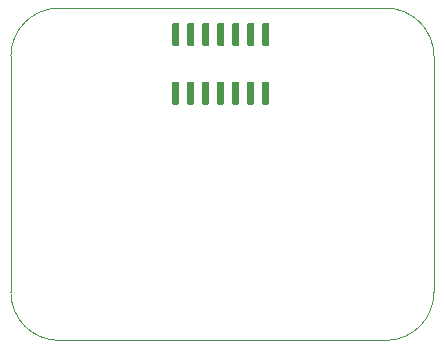
<source format=gbr>
G04 #@! TF.GenerationSoftware,KiCad,Pcbnew,(5.1.5)-3*
G04 #@! TF.CreationDate,2021-01-31T17:12:18-06:00*
G04 #@! TF.ProjectId,InputBoard,496e7075-7442-46f6-9172-642e6b696361,rev?*
G04 #@! TF.SameCoordinates,Original*
G04 #@! TF.FileFunction,Paste,Top*
G04 #@! TF.FilePolarity,Positive*
%FSLAX46Y46*%
G04 Gerber Fmt 4.6, Leading zero omitted, Abs format (unit mm)*
G04 Created by KiCad (PCBNEW (5.1.5)-3) date 2021-01-31 17:12:18*
%MOMM*%
%LPD*%
G04 APERTURE LIST*
%ADD10C,0.050000*%
%ADD11C,0.100000*%
G04 APERTURE END LIST*
D10*
X132588000Y-110680500D02*
X132588000Y-90678000D01*
X136652000Y-114744500D02*
G75*
G02X132588000Y-110680500I0J4064000D01*
G01*
X164338000Y-114744500D02*
X136652000Y-114744500D01*
X168402000Y-90678000D02*
X168402000Y-110680500D01*
X168402000Y-110680500D02*
G75*
G02X164338000Y-114744500I-4064000J0D01*
G01*
X164338000Y-86614000D02*
X136652000Y-86614000D01*
X132588000Y-90678000D02*
G75*
G02X136652000Y-86614000I4064000J0D01*
G01*
X164338000Y-86614000D02*
G75*
G02X168402000Y-90678000I0J-4064000D01*
G01*
D11*
G36*
X146704703Y-92830722D02*
G01*
X146719264Y-92832882D01*
X146733543Y-92836459D01*
X146747403Y-92841418D01*
X146760710Y-92847712D01*
X146773336Y-92855280D01*
X146785159Y-92864048D01*
X146796066Y-92873934D01*
X146805952Y-92884841D01*
X146814720Y-92896664D01*
X146822288Y-92909290D01*
X146828582Y-92922597D01*
X146833541Y-92936457D01*
X146837118Y-92950736D01*
X146839278Y-92965297D01*
X146840000Y-92980000D01*
X146840000Y-94630000D01*
X146839278Y-94644703D01*
X146837118Y-94659264D01*
X146833541Y-94673543D01*
X146828582Y-94687403D01*
X146822288Y-94700710D01*
X146814720Y-94713336D01*
X146805952Y-94725159D01*
X146796066Y-94736066D01*
X146785159Y-94745952D01*
X146773336Y-94754720D01*
X146760710Y-94762288D01*
X146747403Y-94768582D01*
X146733543Y-94773541D01*
X146719264Y-94777118D01*
X146704703Y-94779278D01*
X146690000Y-94780000D01*
X146390000Y-94780000D01*
X146375297Y-94779278D01*
X146360736Y-94777118D01*
X146346457Y-94773541D01*
X146332597Y-94768582D01*
X146319290Y-94762288D01*
X146306664Y-94754720D01*
X146294841Y-94745952D01*
X146283934Y-94736066D01*
X146274048Y-94725159D01*
X146265280Y-94713336D01*
X146257712Y-94700710D01*
X146251418Y-94687403D01*
X146246459Y-94673543D01*
X146242882Y-94659264D01*
X146240722Y-94644703D01*
X146240000Y-94630000D01*
X146240000Y-92980000D01*
X146240722Y-92965297D01*
X146242882Y-92950736D01*
X146246459Y-92936457D01*
X146251418Y-92922597D01*
X146257712Y-92909290D01*
X146265280Y-92896664D01*
X146274048Y-92884841D01*
X146283934Y-92873934D01*
X146294841Y-92864048D01*
X146306664Y-92855280D01*
X146319290Y-92847712D01*
X146332597Y-92841418D01*
X146346457Y-92836459D01*
X146360736Y-92832882D01*
X146375297Y-92830722D01*
X146390000Y-92830000D01*
X146690000Y-92830000D01*
X146704703Y-92830722D01*
G37*
G36*
X147974703Y-92830722D02*
G01*
X147989264Y-92832882D01*
X148003543Y-92836459D01*
X148017403Y-92841418D01*
X148030710Y-92847712D01*
X148043336Y-92855280D01*
X148055159Y-92864048D01*
X148066066Y-92873934D01*
X148075952Y-92884841D01*
X148084720Y-92896664D01*
X148092288Y-92909290D01*
X148098582Y-92922597D01*
X148103541Y-92936457D01*
X148107118Y-92950736D01*
X148109278Y-92965297D01*
X148110000Y-92980000D01*
X148110000Y-94630000D01*
X148109278Y-94644703D01*
X148107118Y-94659264D01*
X148103541Y-94673543D01*
X148098582Y-94687403D01*
X148092288Y-94700710D01*
X148084720Y-94713336D01*
X148075952Y-94725159D01*
X148066066Y-94736066D01*
X148055159Y-94745952D01*
X148043336Y-94754720D01*
X148030710Y-94762288D01*
X148017403Y-94768582D01*
X148003543Y-94773541D01*
X147989264Y-94777118D01*
X147974703Y-94779278D01*
X147960000Y-94780000D01*
X147660000Y-94780000D01*
X147645297Y-94779278D01*
X147630736Y-94777118D01*
X147616457Y-94773541D01*
X147602597Y-94768582D01*
X147589290Y-94762288D01*
X147576664Y-94754720D01*
X147564841Y-94745952D01*
X147553934Y-94736066D01*
X147544048Y-94725159D01*
X147535280Y-94713336D01*
X147527712Y-94700710D01*
X147521418Y-94687403D01*
X147516459Y-94673543D01*
X147512882Y-94659264D01*
X147510722Y-94644703D01*
X147510000Y-94630000D01*
X147510000Y-92980000D01*
X147510722Y-92965297D01*
X147512882Y-92950736D01*
X147516459Y-92936457D01*
X147521418Y-92922597D01*
X147527712Y-92909290D01*
X147535280Y-92896664D01*
X147544048Y-92884841D01*
X147553934Y-92873934D01*
X147564841Y-92864048D01*
X147576664Y-92855280D01*
X147589290Y-92847712D01*
X147602597Y-92841418D01*
X147616457Y-92836459D01*
X147630736Y-92832882D01*
X147645297Y-92830722D01*
X147660000Y-92830000D01*
X147960000Y-92830000D01*
X147974703Y-92830722D01*
G37*
G36*
X149244703Y-92830722D02*
G01*
X149259264Y-92832882D01*
X149273543Y-92836459D01*
X149287403Y-92841418D01*
X149300710Y-92847712D01*
X149313336Y-92855280D01*
X149325159Y-92864048D01*
X149336066Y-92873934D01*
X149345952Y-92884841D01*
X149354720Y-92896664D01*
X149362288Y-92909290D01*
X149368582Y-92922597D01*
X149373541Y-92936457D01*
X149377118Y-92950736D01*
X149379278Y-92965297D01*
X149380000Y-92980000D01*
X149380000Y-94630000D01*
X149379278Y-94644703D01*
X149377118Y-94659264D01*
X149373541Y-94673543D01*
X149368582Y-94687403D01*
X149362288Y-94700710D01*
X149354720Y-94713336D01*
X149345952Y-94725159D01*
X149336066Y-94736066D01*
X149325159Y-94745952D01*
X149313336Y-94754720D01*
X149300710Y-94762288D01*
X149287403Y-94768582D01*
X149273543Y-94773541D01*
X149259264Y-94777118D01*
X149244703Y-94779278D01*
X149230000Y-94780000D01*
X148930000Y-94780000D01*
X148915297Y-94779278D01*
X148900736Y-94777118D01*
X148886457Y-94773541D01*
X148872597Y-94768582D01*
X148859290Y-94762288D01*
X148846664Y-94754720D01*
X148834841Y-94745952D01*
X148823934Y-94736066D01*
X148814048Y-94725159D01*
X148805280Y-94713336D01*
X148797712Y-94700710D01*
X148791418Y-94687403D01*
X148786459Y-94673543D01*
X148782882Y-94659264D01*
X148780722Y-94644703D01*
X148780000Y-94630000D01*
X148780000Y-92980000D01*
X148780722Y-92965297D01*
X148782882Y-92950736D01*
X148786459Y-92936457D01*
X148791418Y-92922597D01*
X148797712Y-92909290D01*
X148805280Y-92896664D01*
X148814048Y-92884841D01*
X148823934Y-92873934D01*
X148834841Y-92864048D01*
X148846664Y-92855280D01*
X148859290Y-92847712D01*
X148872597Y-92841418D01*
X148886457Y-92836459D01*
X148900736Y-92832882D01*
X148915297Y-92830722D01*
X148930000Y-92830000D01*
X149230000Y-92830000D01*
X149244703Y-92830722D01*
G37*
G36*
X150514703Y-92830722D02*
G01*
X150529264Y-92832882D01*
X150543543Y-92836459D01*
X150557403Y-92841418D01*
X150570710Y-92847712D01*
X150583336Y-92855280D01*
X150595159Y-92864048D01*
X150606066Y-92873934D01*
X150615952Y-92884841D01*
X150624720Y-92896664D01*
X150632288Y-92909290D01*
X150638582Y-92922597D01*
X150643541Y-92936457D01*
X150647118Y-92950736D01*
X150649278Y-92965297D01*
X150650000Y-92980000D01*
X150650000Y-94630000D01*
X150649278Y-94644703D01*
X150647118Y-94659264D01*
X150643541Y-94673543D01*
X150638582Y-94687403D01*
X150632288Y-94700710D01*
X150624720Y-94713336D01*
X150615952Y-94725159D01*
X150606066Y-94736066D01*
X150595159Y-94745952D01*
X150583336Y-94754720D01*
X150570710Y-94762288D01*
X150557403Y-94768582D01*
X150543543Y-94773541D01*
X150529264Y-94777118D01*
X150514703Y-94779278D01*
X150500000Y-94780000D01*
X150200000Y-94780000D01*
X150185297Y-94779278D01*
X150170736Y-94777118D01*
X150156457Y-94773541D01*
X150142597Y-94768582D01*
X150129290Y-94762288D01*
X150116664Y-94754720D01*
X150104841Y-94745952D01*
X150093934Y-94736066D01*
X150084048Y-94725159D01*
X150075280Y-94713336D01*
X150067712Y-94700710D01*
X150061418Y-94687403D01*
X150056459Y-94673543D01*
X150052882Y-94659264D01*
X150050722Y-94644703D01*
X150050000Y-94630000D01*
X150050000Y-92980000D01*
X150050722Y-92965297D01*
X150052882Y-92950736D01*
X150056459Y-92936457D01*
X150061418Y-92922597D01*
X150067712Y-92909290D01*
X150075280Y-92896664D01*
X150084048Y-92884841D01*
X150093934Y-92873934D01*
X150104841Y-92864048D01*
X150116664Y-92855280D01*
X150129290Y-92847712D01*
X150142597Y-92841418D01*
X150156457Y-92836459D01*
X150170736Y-92832882D01*
X150185297Y-92830722D01*
X150200000Y-92830000D01*
X150500000Y-92830000D01*
X150514703Y-92830722D01*
G37*
G36*
X151784703Y-92830722D02*
G01*
X151799264Y-92832882D01*
X151813543Y-92836459D01*
X151827403Y-92841418D01*
X151840710Y-92847712D01*
X151853336Y-92855280D01*
X151865159Y-92864048D01*
X151876066Y-92873934D01*
X151885952Y-92884841D01*
X151894720Y-92896664D01*
X151902288Y-92909290D01*
X151908582Y-92922597D01*
X151913541Y-92936457D01*
X151917118Y-92950736D01*
X151919278Y-92965297D01*
X151920000Y-92980000D01*
X151920000Y-94630000D01*
X151919278Y-94644703D01*
X151917118Y-94659264D01*
X151913541Y-94673543D01*
X151908582Y-94687403D01*
X151902288Y-94700710D01*
X151894720Y-94713336D01*
X151885952Y-94725159D01*
X151876066Y-94736066D01*
X151865159Y-94745952D01*
X151853336Y-94754720D01*
X151840710Y-94762288D01*
X151827403Y-94768582D01*
X151813543Y-94773541D01*
X151799264Y-94777118D01*
X151784703Y-94779278D01*
X151770000Y-94780000D01*
X151470000Y-94780000D01*
X151455297Y-94779278D01*
X151440736Y-94777118D01*
X151426457Y-94773541D01*
X151412597Y-94768582D01*
X151399290Y-94762288D01*
X151386664Y-94754720D01*
X151374841Y-94745952D01*
X151363934Y-94736066D01*
X151354048Y-94725159D01*
X151345280Y-94713336D01*
X151337712Y-94700710D01*
X151331418Y-94687403D01*
X151326459Y-94673543D01*
X151322882Y-94659264D01*
X151320722Y-94644703D01*
X151320000Y-94630000D01*
X151320000Y-92980000D01*
X151320722Y-92965297D01*
X151322882Y-92950736D01*
X151326459Y-92936457D01*
X151331418Y-92922597D01*
X151337712Y-92909290D01*
X151345280Y-92896664D01*
X151354048Y-92884841D01*
X151363934Y-92873934D01*
X151374841Y-92864048D01*
X151386664Y-92855280D01*
X151399290Y-92847712D01*
X151412597Y-92841418D01*
X151426457Y-92836459D01*
X151440736Y-92832882D01*
X151455297Y-92830722D01*
X151470000Y-92830000D01*
X151770000Y-92830000D01*
X151784703Y-92830722D01*
G37*
G36*
X153054703Y-92830722D02*
G01*
X153069264Y-92832882D01*
X153083543Y-92836459D01*
X153097403Y-92841418D01*
X153110710Y-92847712D01*
X153123336Y-92855280D01*
X153135159Y-92864048D01*
X153146066Y-92873934D01*
X153155952Y-92884841D01*
X153164720Y-92896664D01*
X153172288Y-92909290D01*
X153178582Y-92922597D01*
X153183541Y-92936457D01*
X153187118Y-92950736D01*
X153189278Y-92965297D01*
X153190000Y-92980000D01*
X153190000Y-94630000D01*
X153189278Y-94644703D01*
X153187118Y-94659264D01*
X153183541Y-94673543D01*
X153178582Y-94687403D01*
X153172288Y-94700710D01*
X153164720Y-94713336D01*
X153155952Y-94725159D01*
X153146066Y-94736066D01*
X153135159Y-94745952D01*
X153123336Y-94754720D01*
X153110710Y-94762288D01*
X153097403Y-94768582D01*
X153083543Y-94773541D01*
X153069264Y-94777118D01*
X153054703Y-94779278D01*
X153040000Y-94780000D01*
X152740000Y-94780000D01*
X152725297Y-94779278D01*
X152710736Y-94777118D01*
X152696457Y-94773541D01*
X152682597Y-94768582D01*
X152669290Y-94762288D01*
X152656664Y-94754720D01*
X152644841Y-94745952D01*
X152633934Y-94736066D01*
X152624048Y-94725159D01*
X152615280Y-94713336D01*
X152607712Y-94700710D01*
X152601418Y-94687403D01*
X152596459Y-94673543D01*
X152592882Y-94659264D01*
X152590722Y-94644703D01*
X152590000Y-94630000D01*
X152590000Y-92980000D01*
X152590722Y-92965297D01*
X152592882Y-92950736D01*
X152596459Y-92936457D01*
X152601418Y-92922597D01*
X152607712Y-92909290D01*
X152615280Y-92896664D01*
X152624048Y-92884841D01*
X152633934Y-92873934D01*
X152644841Y-92864048D01*
X152656664Y-92855280D01*
X152669290Y-92847712D01*
X152682597Y-92841418D01*
X152696457Y-92836459D01*
X152710736Y-92832882D01*
X152725297Y-92830722D01*
X152740000Y-92830000D01*
X153040000Y-92830000D01*
X153054703Y-92830722D01*
G37*
G36*
X154324703Y-92830722D02*
G01*
X154339264Y-92832882D01*
X154353543Y-92836459D01*
X154367403Y-92841418D01*
X154380710Y-92847712D01*
X154393336Y-92855280D01*
X154405159Y-92864048D01*
X154416066Y-92873934D01*
X154425952Y-92884841D01*
X154434720Y-92896664D01*
X154442288Y-92909290D01*
X154448582Y-92922597D01*
X154453541Y-92936457D01*
X154457118Y-92950736D01*
X154459278Y-92965297D01*
X154460000Y-92980000D01*
X154460000Y-94630000D01*
X154459278Y-94644703D01*
X154457118Y-94659264D01*
X154453541Y-94673543D01*
X154448582Y-94687403D01*
X154442288Y-94700710D01*
X154434720Y-94713336D01*
X154425952Y-94725159D01*
X154416066Y-94736066D01*
X154405159Y-94745952D01*
X154393336Y-94754720D01*
X154380710Y-94762288D01*
X154367403Y-94768582D01*
X154353543Y-94773541D01*
X154339264Y-94777118D01*
X154324703Y-94779278D01*
X154310000Y-94780000D01*
X154010000Y-94780000D01*
X153995297Y-94779278D01*
X153980736Y-94777118D01*
X153966457Y-94773541D01*
X153952597Y-94768582D01*
X153939290Y-94762288D01*
X153926664Y-94754720D01*
X153914841Y-94745952D01*
X153903934Y-94736066D01*
X153894048Y-94725159D01*
X153885280Y-94713336D01*
X153877712Y-94700710D01*
X153871418Y-94687403D01*
X153866459Y-94673543D01*
X153862882Y-94659264D01*
X153860722Y-94644703D01*
X153860000Y-94630000D01*
X153860000Y-92980000D01*
X153860722Y-92965297D01*
X153862882Y-92950736D01*
X153866459Y-92936457D01*
X153871418Y-92922597D01*
X153877712Y-92909290D01*
X153885280Y-92896664D01*
X153894048Y-92884841D01*
X153903934Y-92873934D01*
X153914841Y-92864048D01*
X153926664Y-92855280D01*
X153939290Y-92847712D01*
X153952597Y-92841418D01*
X153966457Y-92836459D01*
X153980736Y-92832882D01*
X153995297Y-92830722D01*
X154010000Y-92830000D01*
X154310000Y-92830000D01*
X154324703Y-92830722D01*
G37*
G36*
X154324703Y-87880722D02*
G01*
X154339264Y-87882882D01*
X154353543Y-87886459D01*
X154367403Y-87891418D01*
X154380710Y-87897712D01*
X154393336Y-87905280D01*
X154405159Y-87914048D01*
X154416066Y-87923934D01*
X154425952Y-87934841D01*
X154434720Y-87946664D01*
X154442288Y-87959290D01*
X154448582Y-87972597D01*
X154453541Y-87986457D01*
X154457118Y-88000736D01*
X154459278Y-88015297D01*
X154460000Y-88030000D01*
X154460000Y-89680000D01*
X154459278Y-89694703D01*
X154457118Y-89709264D01*
X154453541Y-89723543D01*
X154448582Y-89737403D01*
X154442288Y-89750710D01*
X154434720Y-89763336D01*
X154425952Y-89775159D01*
X154416066Y-89786066D01*
X154405159Y-89795952D01*
X154393336Y-89804720D01*
X154380710Y-89812288D01*
X154367403Y-89818582D01*
X154353543Y-89823541D01*
X154339264Y-89827118D01*
X154324703Y-89829278D01*
X154310000Y-89830000D01*
X154010000Y-89830000D01*
X153995297Y-89829278D01*
X153980736Y-89827118D01*
X153966457Y-89823541D01*
X153952597Y-89818582D01*
X153939290Y-89812288D01*
X153926664Y-89804720D01*
X153914841Y-89795952D01*
X153903934Y-89786066D01*
X153894048Y-89775159D01*
X153885280Y-89763336D01*
X153877712Y-89750710D01*
X153871418Y-89737403D01*
X153866459Y-89723543D01*
X153862882Y-89709264D01*
X153860722Y-89694703D01*
X153860000Y-89680000D01*
X153860000Y-88030000D01*
X153860722Y-88015297D01*
X153862882Y-88000736D01*
X153866459Y-87986457D01*
X153871418Y-87972597D01*
X153877712Y-87959290D01*
X153885280Y-87946664D01*
X153894048Y-87934841D01*
X153903934Y-87923934D01*
X153914841Y-87914048D01*
X153926664Y-87905280D01*
X153939290Y-87897712D01*
X153952597Y-87891418D01*
X153966457Y-87886459D01*
X153980736Y-87882882D01*
X153995297Y-87880722D01*
X154010000Y-87880000D01*
X154310000Y-87880000D01*
X154324703Y-87880722D01*
G37*
G36*
X153054703Y-87880722D02*
G01*
X153069264Y-87882882D01*
X153083543Y-87886459D01*
X153097403Y-87891418D01*
X153110710Y-87897712D01*
X153123336Y-87905280D01*
X153135159Y-87914048D01*
X153146066Y-87923934D01*
X153155952Y-87934841D01*
X153164720Y-87946664D01*
X153172288Y-87959290D01*
X153178582Y-87972597D01*
X153183541Y-87986457D01*
X153187118Y-88000736D01*
X153189278Y-88015297D01*
X153190000Y-88030000D01*
X153190000Y-89680000D01*
X153189278Y-89694703D01*
X153187118Y-89709264D01*
X153183541Y-89723543D01*
X153178582Y-89737403D01*
X153172288Y-89750710D01*
X153164720Y-89763336D01*
X153155952Y-89775159D01*
X153146066Y-89786066D01*
X153135159Y-89795952D01*
X153123336Y-89804720D01*
X153110710Y-89812288D01*
X153097403Y-89818582D01*
X153083543Y-89823541D01*
X153069264Y-89827118D01*
X153054703Y-89829278D01*
X153040000Y-89830000D01*
X152740000Y-89830000D01*
X152725297Y-89829278D01*
X152710736Y-89827118D01*
X152696457Y-89823541D01*
X152682597Y-89818582D01*
X152669290Y-89812288D01*
X152656664Y-89804720D01*
X152644841Y-89795952D01*
X152633934Y-89786066D01*
X152624048Y-89775159D01*
X152615280Y-89763336D01*
X152607712Y-89750710D01*
X152601418Y-89737403D01*
X152596459Y-89723543D01*
X152592882Y-89709264D01*
X152590722Y-89694703D01*
X152590000Y-89680000D01*
X152590000Y-88030000D01*
X152590722Y-88015297D01*
X152592882Y-88000736D01*
X152596459Y-87986457D01*
X152601418Y-87972597D01*
X152607712Y-87959290D01*
X152615280Y-87946664D01*
X152624048Y-87934841D01*
X152633934Y-87923934D01*
X152644841Y-87914048D01*
X152656664Y-87905280D01*
X152669290Y-87897712D01*
X152682597Y-87891418D01*
X152696457Y-87886459D01*
X152710736Y-87882882D01*
X152725297Y-87880722D01*
X152740000Y-87880000D01*
X153040000Y-87880000D01*
X153054703Y-87880722D01*
G37*
G36*
X151784703Y-87880722D02*
G01*
X151799264Y-87882882D01*
X151813543Y-87886459D01*
X151827403Y-87891418D01*
X151840710Y-87897712D01*
X151853336Y-87905280D01*
X151865159Y-87914048D01*
X151876066Y-87923934D01*
X151885952Y-87934841D01*
X151894720Y-87946664D01*
X151902288Y-87959290D01*
X151908582Y-87972597D01*
X151913541Y-87986457D01*
X151917118Y-88000736D01*
X151919278Y-88015297D01*
X151920000Y-88030000D01*
X151920000Y-89680000D01*
X151919278Y-89694703D01*
X151917118Y-89709264D01*
X151913541Y-89723543D01*
X151908582Y-89737403D01*
X151902288Y-89750710D01*
X151894720Y-89763336D01*
X151885952Y-89775159D01*
X151876066Y-89786066D01*
X151865159Y-89795952D01*
X151853336Y-89804720D01*
X151840710Y-89812288D01*
X151827403Y-89818582D01*
X151813543Y-89823541D01*
X151799264Y-89827118D01*
X151784703Y-89829278D01*
X151770000Y-89830000D01*
X151470000Y-89830000D01*
X151455297Y-89829278D01*
X151440736Y-89827118D01*
X151426457Y-89823541D01*
X151412597Y-89818582D01*
X151399290Y-89812288D01*
X151386664Y-89804720D01*
X151374841Y-89795952D01*
X151363934Y-89786066D01*
X151354048Y-89775159D01*
X151345280Y-89763336D01*
X151337712Y-89750710D01*
X151331418Y-89737403D01*
X151326459Y-89723543D01*
X151322882Y-89709264D01*
X151320722Y-89694703D01*
X151320000Y-89680000D01*
X151320000Y-88030000D01*
X151320722Y-88015297D01*
X151322882Y-88000736D01*
X151326459Y-87986457D01*
X151331418Y-87972597D01*
X151337712Y-87959290D01*
X151345280Y-87946664D01*
X151354048Y-87934841D01*
X151363934Y-87923934D01*
X151374841Y-87914048D01*
X151386664Y-87905280D01*
X151399290Y-87897712D01*
X151412597Y-87891418D01*
X151426457Y-87886459D01*
X151440736Y-87882882D01*
X151455297Y-87880722D01*
X151470000Y-87880000D01*
X151770000Y-87880000D01*
X151784703Y-87880722D01*
G37*
G36*
X150514703Y-87880722D02*
G01*
X150529264Y-87882882D01*
X150543543Y-87886459D01*
X150557403Y-87891418D01*
X150570710Y-87897712D01*
X150583336Y-87905280D01*
X150595159Y-87914048D01*
X150606066Y-87923934D01*
X150615952Y-87934841D01*
X150624720Y-87946664D01*
X150632288Y-87959290D01*
X150638582Y-87972597D01*
X150643541Y-87986457D01*
X150647118Y-88000736D01*
X150649278Y-88015297D01*
X150650000Y-88030000D01*
X150650000Y-89680000D01*
X150649278Y-89694703D01*
X150647118Y-89709264D01*
X150643541Y-89723543D01*
X150638582Y-89737403D01*
X150632288Y-89750710D01*
X150624720Y-89763336D01*
X150615952Y-89775159D01*
X150606066Y-89786066D01*
X150595159Y-89795952D01*
X150583336Y-89804720D01*
X150570710Y-89812288D01*
X150557403Y-89818582D01*
X150543543Y-89823541D01*
X150529264Y-89827118D01*
X150514703Y-89829278D01*
X150500000Y-89830000D01*
X150200000Y-89830000D01*
X150185297Y-89829278D01*
X150170736Y-89827118D01*
X150156457Y-89823541D01*
X150142597Y-89818582D01*
X150129290Y-89812288D01*
X150116664Y-89804720D01*
X150104841Y-89795952D01*
X150093934Y-89786066D01*
X150084048Y-89775159D01*
X150075280Y-89763336D01*
X150067712Y-89750710D01*
X150061418Y-89737403D01*
X150056459Y-89723543D01*
X150052882Y-89709264D01*
X150050722Y-89694703D01*
X150050000Y-89680000D01*
X150050000Y-88030000D01*
X150050722Y-88015297D01*
X150052882Y-88000736D01*
X150056459Y-87986457D01*
X150061418Y-87972597D01*
X150067712Y-87959290D01*
X150075280Y-87946664D01*
X150084048Y-87934841D01*
X150093934Y-87923934D01*
X150104841Y-87914048D01*
X150116664Y-87905280D01*
X150129290Y-87897712D01*
X150142597Y-87891418D01*
X150156457Y-87886459D01*
X150170736Y-87882882D01*
X150185297Y-87880722D01*
X150200000Y-87880000D01*
X150500000Y-87880000D01*
X150514703Y-87880722D01*
G37*
G36*
X149244703Y-87880722D02*
G01*
X149259264Y-87882882D01*
X149273543Y-87886459D01*
X149287403Y-87891418D01*
X149300710Y-87897712D01*
X149313336Y-87905280D01*
X149325159Y-87914048D01*
X149336066Y-87923934D01*
X149345952Y-87934841D01*
X149354720Y-87946664D01*
X149362288Y-87959290D01*
X149368582Y-87972597D01*
X149373541Y-87986457D01*
X149377118Y-88000736D01*
X149379278Y-88015297D01*
X149380000Y-88030000D01*
X149380000Y-89680000D01*
X149379278Y-89694703D01*
X149377118Y-89709264D01*
X149373541Y-89723543D01*
X149368582Y-89737403D01*
X149362288Y-89750710D01*
X149354720Y-89763336D01*
X149345952Y-89775159D01*
X149336066Y-89786066D01*
X149325159Y-89795952D01*
X149313336Y-89804720D01*
X149300710Y-89812288D01*
X149287403Y-89818582D01*
X149273543Y-89823541D01*
X149259264Y-89827118D01*
X149244703Y-89829278D01*
X149230000Y-89830000D01*
X148930000Y-89830000D01*
X148915297Y-89829278D01*
X148900736Y-89827118D01*
X148886457Y-89823541D01*
X148872597Y-89818582D01*
X148859290Y-89812288D01*
X148846664Y-89804720D01*
X148834841Y-89795952D01*
X148823934Y-89786066D01*
X148814048Y-89775159D01*
X148805280Y-89763336D01*
X148797712Y-89750710D01*
X148791418Y-89737403D01*
X148786459Y-89723543D01*
X148782882Y-89709264D01*
X148780722Y-89694703D01*
X148780000Y-89680000D01*
X148780000Y-88030000D01*
X148780722Y-88015297D01*
X148782882Y-88000736D01*
X148786459Y-87986457D01*
X148791418Y-87972597D01*
X148797712Y-87959290D01*
X148805280Y-87946664D01*
X148814048Y-87934841D01*
X148823934Y-87923934D01*
X148834841Y-87914048D01*
X148846664Y-87905280D01*
X148859290Y-87897712D01*
X148872597Y-87891418D01*
X148886457Y-87886459D01*
X148900736Y-87882882D01*
X148915297Y-87880722D01*
X148930000Y-87880000D01*
X149230000Y-87880000D01*
X149244703Y-87880722D01*
G37*
G36*
X147974703Y-87880722D02*
G01*
X147989264Y-87882882D01*
X148003543Y-87886459D01*
X148017403Y-87891418D01*
X148030710Y-87897712D01*
X148043336Y-87905280D01*
X148055159Y-87914048D01*
X148066066Y-87923934D01*
X148075952Y-87934841D01*
X148084720Y-87946664D01*
X148092288Y-87959290D01*
X148098582Y-87972597D01*
X148103541Y-87986457D01*
X148107118Y-88000736D01*
X148109278Y-88015297D01*
X148110000Y-88030000D01*
X148110000Y-89680000D01*
X148109278Y-89694703D01*
X148107118Y-89709264D01*
X148103541Y-89723543D01*
X148098582Y-89737403D01*
X148092288Y-89750710D01*
X148084720Y-89763336D01*
X148075952Y-89775159D01*
X148066066Y-89786066D01*
X148055159Y-89795952D01*
X148043336Y-89804720D01*
X148030710Y-89812288D01*
X148017403Y-89818582D01*
X148003543Y-89823541D01*
X147989264Y-89827118D01*
X147974703Y-89829278D01*
X147960000Y-89830000D01*
X147660000Y-89830000D01*
X147645297Y-89829278D01*
X147630736Y-89827118D01*
X147616457Y-89823541D01*
X147602597Y-89818582D01*
X147589290Y-89812288D01*
X147576664Y-89804720D01*
X147564841Y-89795952D01*
X147553934Y-89786066D01*
X147544048Y-89775159D01*
X147535280Y-89763336D01*
X147527712Y-89750710D01*
X147521418Y-89737403D01*
X147516459Y-89723543D01*
X147512882Y-89709264D01*
X147510722Y-89694703D01*
X147510000Y-89680000D01*
X147510000Y-88030000D01*
X147510722Y-88015297D01*
X147512882Y-88000736D01*
X147516459Y-87986457D01*
X147521418Y-87972597D01*
X147527712Y-87959290D01*
X147535280Y-87946664D01*
X147544048Y-87934841D01*
X147553934Y-87923934D01*
X147564841Y-87914048D01*
X147576664Y-87905280D01*
X147589290Y-87897712D01*
X147602597Y-87891418D01*
X147616457Y-87886459D01*
X147630736Y-87882882D01*
X147645297Y-87880722D01*
X147660000Y-87880000D01*
X147960000Y-87880000D01*
X147974703Y-87880722D01*
G37*
G36*
X146704703Y-87880722D02*
G01*
X146719264Y-87882882D01*
X146733543Y-87886459D01*
X146747403Y-87891418D01*
X146760710Y-87897712D01*
X146773336Y-87905280D01*
X146785159Y-87914048D01*
X146796066Y-87923934D01*
X146805952Y-87934841D01*
X146814720Y-87946664D01*
X146822288Y-87959290D01*
X146828582Y-87972597D01*
X146833541Y-87986457D01*
X146837118Y-88000736D01*
X146839278Y-88015297D01*
X146840000Y-88030000D01*
X146840000Y-89680000D01*
X146839278Y-89694703D01*
X146837118Y-89709264D01*
X146833541Y-89723543D01*
X146828582Y-89737403D01*
X146822288Y-89750710D01*
X146814720Y-89763336D01*
X146805952Y-89775159D01*
X146796066Y-89786066D01*
X146785159Y-89795952D01*
X146773336Y-89804720D01*
X146760710Y-89812288D01*
X146747403Y-89818582D01*
X146733543Y-89823541D01*
X146719264Y-89827118D01*
X146704703Y-89829278D01*
X146690000Y-89830000D01*
X146390000Y-89830000D01*
X146375297Y-89829278D01*
X146360736Y-89827118D01*
X146346457Y-89823541D01*
X146332597Y-89818582D01*
X146319290Y-89812288D01*
X146306664Y-89804720D01*
X146294841Y-89795952D01*
X146283934Y-89786066D01*
X146274048Y-89775159D01*
X146265280Y-89763336D01*
X146257712Y-89750710D01*
X146251418Y-89737403D01*
X146246459Y-89723543D01*
X146242882Y-89709264D01*
X146240722Y-89694703D01*
X146240000Y-89680000D01*
X146240000Y-88030000D01*
X146240722Y-88015297D01*
X146242882Y-88000736D01*
X146246459Y-87986457D01*
X146251418Y-87972597D01*
X146257712Y-87959290D01*
X146265280Y-87946664D01*
X146274048Y-87934841D01*
X146283934Y-87923934D01*
X146294841Y-87914048D01*
X146306664Y-87905280D01*
X146319290Y-87897712D01*
X146332597Y-87891418D01*
X146346457Y-87886459D01*
X146360736Y-87882882D01*
X146375297Y-87880722D01*
X146390000Y-87880000D01*
X146690000Y-87880000D01*
X146704703Y-87880722D01*
G37*
M02*

</source>
